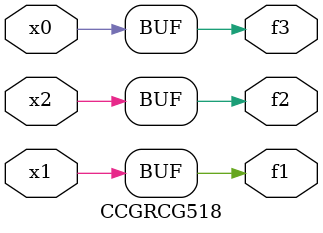
<source format=v>
module CCGRCG518(
	input x0, x1, x2,
	output f1, f2, f3
);
	assign f1 = x1;
	assign f2 = x2;
	assign f3 = x0;
endmodule

</source>
